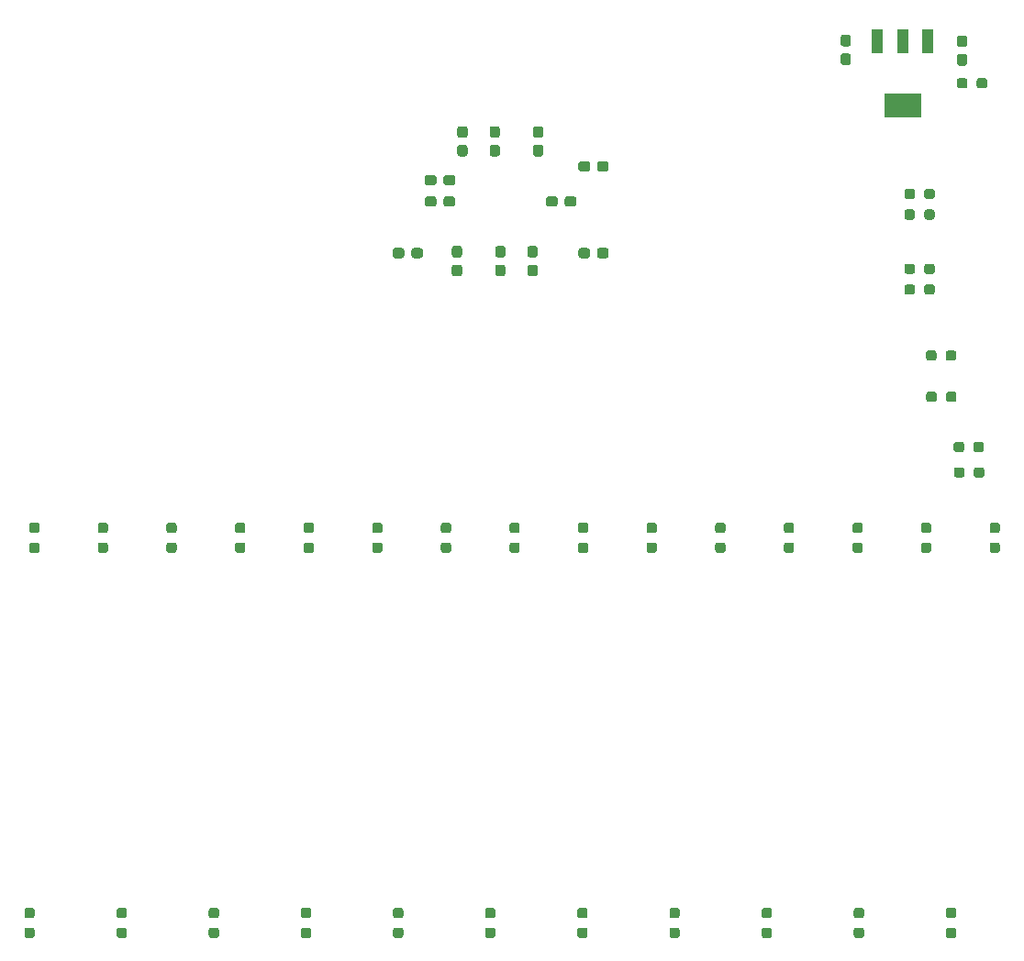
<source format=gbr>
%TF.GenerationSoftware,KiCad,Pcbnew,5.1.10*%
%TF.CreationDate,2021-08-09T15:51:23+08:00*%
%TF.ProjectId,ymmepm,796d6d65-706d-42e6-9b69-6361645f7063,rev?*%
%TF.SameCoordinates,Original*%
%TF.FileFunction,Paste,Bot*%
%TF.FilePolarity,Positive*%
%FSLAX46Y46*%
G04 Gerber Fmt 4.6, Leading zero omitted, Abs format (unit mm)*
G04 Created by KiCad (PCBNEW 5.1.10) date 2021-08-09 15:51:23*
%MOMM*%
%LPD*%
G01*
G04 APERTURE LIST*
%ADD10R,1.000000X2.200000*%
%ADD11R,3.500000X2.200000*%
G04 APERTURE END LIST*
%TO.C,R36*%
G36*
G01*
X168676500Y-72564000D02*
X168676500Y-72089000D01*
G75*
G02*
X168914000Y-71851500I237500J0D01*
G01*
X169414000Y-71851500D01*
G75*
G02*
X169651500Y-72089000I0J-237500D01*
G01*
X169651500Y-72564000D01*
G75*
G02*
X169414000Y-72801500I-237500J0D01*
G01*
X168914000Y-72801500D01*
G75*
G02*
X168676500Y-72564000I0J237500D01*
G01*
G37*
G36*
G01*
X166851500Y-72564000D02*
X166851500Y-72089000D01*
G75*
G02*
X167089000Y-71851500I237500J0D01*
G01*
X167589000Y-71851500D01*
G75*
G02*
X167826500Y-72089000I0J-237500D01*
G01*
X167826500Y-72564000D01*
G75*
G02*
X167589000Y-72801500I-237500J0D01*
G01*
X167089000Y-72801500D01*
G75*
G02*
X166851500Y-72564000I0J237500D01*
G01*
G37*
%TD*%
%TO.C,R35*%
G36*
G01*
X167556000Y-108030000D02*
X167556000Y-108505000D01*
G75*
G02*
X167318500Y-108742500I-237500J0D01*
G01*
X166818500Y-108742500D01*
G75*
G02*
X166581000Y-108505000I0J237500D01*
G01*
X166581000Y-108030000D01*
G75*
G02*
X166818500Y-107792500I237500J0D01*
G01*
X167318500Y-107792500D01*
G75*
G02*
X167556000Y-108030000I0J-237500D01*
G01*
G37*
G36*
G01*
X169381000Y-108030000D02*
X169381000Y-108505000D01*
G75*
G02*
X169143500Y-108742500I-237500J0D01*
G01*
X168643500Y-108742500D01*
G75*
G02*
X168406000Y-108505000I0J237500D01*
G01*
X168406000Y-108030000D01*
G75*
G02*
X168643500Y-107792500I237500J0D01*
G01*
X169143500Y-107792500D01*
G75*
G02*
X169381000Y-108030000I0J-237500D01*
G01*
G37*
%TD*%
%TO.C,R34*%
G36*
G01*
X167532500Y-105680500D02*
X167532500Y-106155500D01*
G75*
G02*
X167295000Y-106393000I-237500J0D01*
G01*
X166795000Y-106393000D01*
G75*
G02*
X166557500Y-106155500I0J237500D01*
G01*
X166557500Y-105680500D01*
G75*
G02*
X166795000Y-105443000I237500J0D01*
G01*
X167295000Y-105443000D01*
G75*
G02*
X167532500Y-105680500I0J-237500D01*
G01*
G37*
G36*
G01*
X169357500Y-105680500D02*
X169357500Y-106155500D01*
G75*
G02*
X169120000Y-106393000I-237500J0D01*
G01*
X168620000Y-106393000D01*
G75*
G02*
X168382500Y-106155500I0J237500D01*
G01*
X168382500Y-105680500D01*
G75*
G02*
X168620000Y-105443000I237500J0D01*
G01*
X169120000Y-105443000D01*
G75*
G02*
X169357500Y-105680500I0J-237500D01*
G01*
G37*
%TD*%
%TO.C,R33*%
G36*
G01*
X164992500Y-101045000D02*
X164992500Y-101520000D01*
G75*
G02*
X164755000Y-101757500I-237500J0D01*
G01*
X164255000Y-101757500D01*
G75*
G02*
X164017500Y-101520000I0J237500D01*
G01*
X164017500Y-101045000D01*
G75*
G02*
X164255000Y-100807500I237500J0D01*
G01*
X164755000Y-100807500D01*
G75*
G02*
X164992500Y-101045000I0J-237500D01*
G01*
G37*
G36*
G01*
X166817500Y-101045000D02*
X166817500Y-101520000D01*
G75*
G02*
X166580000Y-101757500I-237500J0D01*
G01*
X166080000Y-101757500D01*
G75*
G02*
X165842500Y-101520000I0J237500D01*
G01*
X165842500Y-101045000D01*
G75*
G02*
X166080000Y-100807500I237500J0D01*
G01*
X166580000Y-100807500D01*
G75*
G02*
X166817500Y-101045000I0J-237500D01*
G01*
G37*
%TD*%
%TO.C,R32*%
G36*
G01*
X164969000Y-97235000D02*
X164969000Y-97710000D01*
G75*
G02*
X164731500Y-97947500I-237500J0D01*
G01*
X164231500Y-97947500D01*
G75*
G02*
X163994000Y-97710000I0J237500D01*
G01*
X163994000Y-97235000D01*
G75*
G02*
X164231500Y-96997500I237500J0D01*
G01*
X164731500Y-96997500D01*
G75*
G02*
X164969000Y-97235000I0J-237500D01*
G01*
G37*
G36*
G01*
X166794000Y-97235000D02*
X166794000Y-97710000D01*
G75*
G02*
X166556500Y-97947500I-237500J0D01*
G01*
X166056500Y-97947500D01*
G75*
G02*
X165819000Y-97710000I0J237500D01*
G01*
X165819000Y-97235000D01*
G75*
G02*
X166056500Y-96997500I237500J0D01*
G01*
X166556500Y-96997500D01*
G75*
G02*
X166794000Y-97235000I0J-237500D01*
G01*
G37*
%TD*%
%TO.C,R31*%
G36*
G01*
X132058400Y-150285000D02*
X132533400Y-150285000D01*
G75*
G02*
X132770900Y-150522500I0J-237500D01*
G01*
X132770900Y-151022500D01*
G75*
G02*
X132533400Y-151260000I-237500J0D01*
G01*
X132058400Y-151260000D01*
G75*
G02*
X131820900Y-151022500I0J237500D01*
G01*
X131820900Y-150522500D01*
G75*
G02*
X132058400Y-150285000I237500J0D01*
G01*
G37*
G36*
G01*
X132058400Y-148460000D02*
X132533400Y-148460000D01*
G75*
G02*
X132770900Y-148697500I0J-237500D01*
G01*
X132770900Y-149197500D01*
G75*
G02*
X132533400Y-149435000I-237500J0D01*
G01*
X132058400Y-149435000D01*
G75*
G02*
X131820900Y-149197500I0J237500D01*
G01*
X131820900Y-148697500D01*
G75*
G02*
X132058400Y-148460000I237500J0D01*
G01*
G37*
%TD*%
%TO.C,R30*%
G36*
G01*
X170107600Y-114725000D02*
X170582600Y-114725000D01*
G75*
G02*
X170820100Y-114962500I0J-237500D01*
G01*
X170820100Y-115462500D01*
G75*
G02*
X170582600Y-115700000I-237500J0D01*
G01*
X170107600Y-115700000D01*
G75*
G02*
X169870100Y-115462500I0J237500D01*
G01*
X169870100Y-114962500D01*
G75*
G02*
X170107600Y-114725000I237500J0D01*
G01*
G37*
G36*
G01*
X170107600Y-112900000D02*
X170582600Y-112900000D01*
G75*
G02*
X170820100Y-113137500I0J-237500D01*
G01*
X170820100Y-113637500D01*
G75*
G02*
X170582600Y-113875000I-237500J0D01*
G01*
X170107600Y-113875000D01*
G75*
G02*
X169870100Y-113637500I0J237500D01*
G01*
X169870100Y-113137500D01*
G75*
G02*
X170107600Y-112900000I237500J0D01*
G01*
G37*
%TD*%
%TO.C,R29*%
G36*
G01*
X123555750Y-150285000D02*
X124030750Y-150285000D01*
G75*
G02*
X124268250Y-150522500I0J-237500D01*
G01*
X124268250Y-151022500D01*
G75*
G02*
X124030750Y-151260000I-237500J0D01*
G01*
X123555750Y-151260000D01*
G75*
G02*
X123318250Y-151022500I0J237500D01*
G01*
X123318250Y-150522500D01*
G75*
G02*
X123555750Y-150285000I237500J0D01*
G01*
G37*
G36*
G01*
X123555750Y-148460000D02*
X124030750Y-148460000D01*
G75*
G02*
X124268250Y-148697500I0J-237500D01*
G01*
X124268250Y-149197500D01*
G75*
G02*
X124030750Y-149435000I-237500J0D01*
G01*
X123555750Y-149435000D01*
G75*
G02*
X123318250Y-149197500I0J237500D01*
G01*
X123318250Y-148697500D01*
G75*
G02*
X123555750Y-148460000I237500J0D01*
G01*
G37*
%TD*%
%TO.C,R28*%
G36*
G01*
X163777546Y-114725000D02*
X164252546Y-114725000D01*
G75*
G02*
X164490046Y-114962500I0J-237500D01*
G01*
X164490046Y-115462500D01*
G75*
G02*
X164252546Y-115700000I-237500J0D01*
G01*
X163777546Y-115700000D01*
G75*
G02*
X163540046Y-115462500I0J237500D01*
G01*
X163540046Y-114962500D01*
G75*
G02*
X163777546Y-114725000I237500J0D01*
G01*
G37*
G36*
G01*
X163777546Y-112900000D02*
X164252546Y-112900000D01*
G75*
G02*
X164490046Y-113137500I0J-237500D01*
G01*
X164490046Y-113637500D01*
G75*
G02*
X164252546Y-113875000I-237500J0D01*
G01*
X163777546Y-113875000D01*
G75*
G02*
X163540046Y-113637500I0J237500D01*
G01*
X163540046Y-113137500D01*
G75*
G02*
X163777546Y-112900000I237500J0D01*
G01*
G37*
%TD*%
%TO.C,R27*%
G36*
G01*
X166069000Y-150285000D02*
X166544000Y-150285000D01*
G75*
G02*
X166781500Y-150522500I0J-237500D01*
G01*
X166781500Y-151022500D01*
G75*
G02*
X166544000Y-151260000I-237500J0D01*
G01*
X166069000Y-151260000D01*
G75*
G02*
X165831500Y-151022500I0J237500D01*
G01*
X165831500Y-150522500D01*
G75*
G02*
X166069000Y-150285000I237500J0D01*
G01*
G37*
G36*
G01*
X166069000Y-148460000D02*
X166544000Y-148460000D01*
G75*
G02*
X166781500Y-148697500I0J-237500D01*
G01*
X166781500Y-149197500D01*
G75*
G02*
X166544000Y-149435000I-237500J0D01*
G01*
X166069000Y-149435000D01*
G75*
G02*
X165831500Y-149197500I0J237500D01*
G01*
X165831500Y-148697500D01*
G75*
G02*
X166069000Y-148460000I237500J0D01*
G01*
G37*
%TD*%
%TO.C,R26*%
G36*
G01*
X157447504Y-114725000D02*
X157922504Y-114725000D01*
G75*
G02*
X158160004Y-114962500I0J-237500D01*
G01*
X158160004Y-115462500D01*
G75*
G02*
X157922504Y-115700000I-237500J0D01*
G01*
X157447504Y-115700000D01*
G75*
G02*
X157210004Y-115462500I0J237500D01*
G01*
X157210004Y-114962500D01*
G75*
G02*
X157447504Y-114725000I237500J0D01*
G01*
G37*
G36*
G01*
X157447504Y-112900000D02*
X157922504Y-112900000D01*
G75*
G02*
X158160004Y-113137500I0J-237500D01*
G01*
X158160004Y-113637500D01*
G75*
G02*
X157922504Y-113875000I-237500J0D01*
G01*
X157447504Y-113875000D01*
G75*
G02*
X157210004Y-113637500I0J237500D01*
G01*
X157210004Y-113137500D01*
G75*
G02*
X157447504Y-112900000I237500J0D01*
G01*
G37*
%TD*%
%TO.C,R25*%
G36*
G01*
X157566350Y-150285000D02*
X158041350Y-150285000D01*
G75*
G02*
X158278850Y-150522500I0J-237500D01*
G01*
X158278850Y-151022500D01*
G75*
G02*
X158041350Y-151260000I-237500J0D01*
G01*
X157566350Y-151260000D01*
G75*
G02*
X157328850Y-151022500I0J237500D01*
G01*
X157328850Y-150522500D01*
G75*
G02*
X157566350Y-150285000I237500J0D01*
G01*
G37*
G36*
G01*
X157566350Y-148460000D02*
X158041350Y-148460000D01*
G75*
G02*
X158278850Y-148697500I0J-237500D01*
G01*
X158278850Y-149197500D01*
G75*
G02*
X158041350Y-149435000I-237500J0D01*
G01*
X157566350Y-149435000D01*
G75*
G02*
X157328850Y-149197500I0J237500D01*
G01*
X157328850Y-148697500D01*
G75*
G02*
X157566350Y-148460000I237500J0D01*
G01*
G37*
%TD*%
%TO.C,R24*%
G36*
G01*
X151117462Y-114725000D02*
X151592462Y-114725000D01*
G75*
G02*
X151829962Y-114962500I0J-237500D01*
G01*
X151829962Y-115462500D01*
G75*
G02*
X151592462Y-115700000I-237500J0D01*
G01*
X151117462Y-115700000D01*
G75*
G02*
X150879962Y-115462500I0J237500D01*
G01*
X150879962Y-114962500D01*
G75*
G02*
X151117462Y-114725000I237500J0D01*
G01*
G37*
G36*
G01*
X151117462Y-112900000D02*
X151592462Y-112900000D01*
G75*
G02*
X151829962Y-113137500I0J-237500D01*
G01*
X151829962Y-113637500D01*
G75*
G02*
X151592462Y-113875000I-237500J0D01*
G01*
X151117462Y-113875000D01*
G75*
G02*
X150879962Y-113637500I0J237500D01*
G01*
X150879962Y-113137500D01*
G75*
G02*
X151117462Y-112900000I237500J0D01*
G01*
G37*
%TD*%
%TO.C,R23*%
G36*
G01*
X149063700Y-150285000D02*
X149538700Y-150285000D01*
G75*
G02*
X149776200Y-150522500I0J-237500D01*
G01*
X149776200Y-151022500D01*
G75*
G02*
X149538700Y-151260000I-237500J0D01*
G01*
X149063700Y-151260000D01*
G75*
G02*
X148826200Y-151022500I0J237500D01*
G01*
X148826200Y-150522500D01*
G75*
G02*
X149063700Y-150285000I237500J0D01*
G01*
G37*
G36*
G01*
X149063700Y-148460000D02*
X149538700Y-148460000D01*
G75*
G02*
X149776200Y-148697500I0J-237500D01*
G01*
X149776200Y-149197500D01*
G75*
G02*
X149538700Y-149435000I-237500J0D01*
G01*
X149063700Y-149435000D01*
G75*
G02*
X148826200Y-149197500I0J237500D01*
G01*
X148826200Y-148697500D01*
G75*
G02*
X149063700Y-148460000I237500J0D01*
G01*
G37*
%TD*%
%TO.C,R22*%
G36*
G01*
X144787420Y-114725000D02*
X145262420Y-114725000D01*
G75*
G02*
X145499920Y-114962500I0J-237500D01*
G01*
X145499920Y-115462500D01*
G75*
G02*
X145262420Y-115700000I-237500J0D01*
G01*
X144787420Y-115700000D01*
G75*
G02*
X144549920Y-115462500I0J237500D01*
G01*
X144549920Y-114962500D01*
G75*
G02*
X144787420Y-114725000I237500J0D01*
G01*
G37*
G36*
G01*
X144787420Y-112900000D02*
X145262420Y-112900000D01*
G75*
G02*
X145499920Y-113137500I0J-237500D01*
G01*
X145499920Y-113637500D01*
G75*
G02*
X145262420Y-113875000I-237500J0D01*
G01*
X144787420Y-113875000D01*
G75*
G02*
X144549920Y-113637500I0J237500D01*
G01*
X144549920Y-113137500D01*
G75*
G02*
X144787420Y-112900000I237500J0D01*
G01*
G37*
%TD*%
%TO.C,R21*%
G36*
G01*
X140561050Y-150285000D02*
X141036050Y-150285000D01*
G75*
G02*
X141273550Y-150522500I0J-237500D01*
G01*
X141273550Y-151022500D01*
G75*
G02*
X141036050Y-151260000I-237500J0D01*
G01*
X140561050Y-151260000D01*
G75*
G02*
X140323550Y-151022500I0J237500D01*
G01*
X140323550Y-150522500D01*
G75*
G02*
X140561050Y-150285000I237500J0D01*
G01*
G37*
G36*
G01*
X140561050Y-148460000D02*
X141036050Y-148460000D01*
G75*
G02*
X141273550Y-148697500I0J-237500D01*
G01*
X141273550Y-149197500D01*
G75*
G02*
X141036050Y-149435000I-237500J0D01*
G01*
X140561050Y-149435000D01*
G75*
G02*
X140323550Y-149197500I0J237500D01*
G01*
X140323550Y-148697500D01*
G75*
G02*
X140561050Y-148460000I237500J0D01*
G01*
G37*
%TD*%
%TO.C,R20*%
G36*
G01*
X138457378Y-114725000D02*
X138932378Y-114725000D01*
G75*
G02*
X139169878Y-114962500I0J-237500D01*
G01*
X139169878Y-115462500D01*
G75*
G02*
X138932378Y-115700000I-237500J0D01*
G01*
X138457378Y-115700000D01*
G75*
G02*
X138219878Y-115462500I0J237500D01*
G01*
X138219878Y-114962500D01*
G75*
G02*
X138457378Y-114725000I237500J0D01*
G01*
G37*
G36*
G01*
X138457378Y-112900000D02*
X138932378Y-112900000D01*
G75*
G02*
X139169878Y-113137500I0J-237500D01*
G01*
X139169878Y-113637500D01*
G75*
G02*
X138932378Y-113875000I-237500J0D01*
G01*
X138457378Y-113875000D01*
G75*
G02*
X138219878Y-113637500I0J237500D01*
G01*
X138219878Y-113137500D01*
G75*
G02*
X138457378Y-112900000I237500J0D01*
G01*
G37*
%TD*%
%TO.C,R19*%
G36*
G01*
X115053100Y-150285000D02*
X115528100Y-150285000D01*
G75*
G02*
X115765600Y-150522500I0J-237500D01*
G01*
X115765600Y-151022500D01*
G75*
G02*
X115528100Y-151260000I-237500J0D01*
G01*
X115053100Y-151260000D01*
G75*
G02*
X114815600Y-151022500I0J237500D01*
G01*
X114815600Y-150522500D01*
G75*
G02*
X115053100Y-150285000I237500J0D01*
G01*
G37*
G36*
G01*
X115053100Y-148460000D02*
X115528100Y-148460000D01*
G75*
G02*
X115765600Y-148697500I0J-237500D01*
G01*
X115765600Y-149197500D01*
G75*
G02*
X115528100Y-149435000I-237500J0D01*
G01*
X115053100Y-149435000D01*
G75*
G02*
X114815600Y-149197500I0J237500D01*
G01*
X114815600Y-148697500D01*
G75*
G02*
X115053100Y-148460000I237500J0D01*
G01*
G37*
%TD*%
%TO.C,R18*%
G36*
G01*
X132127336Y-114725000D02*
X132602336Y-114725000D01*
G75*
G02*
X132839836Y-114962500I0J-237500D01*
G01*
X132839836Y-115462500D01*
G75*
G02*
X132602336Y-115700000I-237500J0D01*
G01*
X132127336Y-115700000D01*
G75*
G02*
X131889836Y-115462500I0J237500D01*
G01*
X131889836Y-114962500D01*
G75*
G02*
X132127336Y-114725000I237500J0D01*
G01*
G37*
G36*
G01*
X132127336Y-112900000D02*
X132602336Y-112900000D01*
G75*
G02*
X132839836Y-113137500I0J-237500D01*
G01*
X132839836Y-113637500D01*
G75*
G02*
X132602336Y-113875000I-237500J0D01*
G01*
X132127336Y-113875000D01*
G75*
G02*
X131889836Y-113637500I0J237500D01*
G01*
X131889836Y-113137500D01*
G75*
G02*
X132127336Y-112900000I237500J0D01*
G01*
G37*
%TD*%
%TO.C,R17*%
G36*
G01*
X106550450Y-150285000D02*
X107025450Y-150285000D01*
G75*
G02*
X107262950Y-150522500I0J-237500D01*
G01*
X107262950Y-151022500D01*
G75*
G02*
X107025450Y-151260000I-237500J0D01*
G01*
X106550450Y-151260000D01*
G75*
G02*
X106312950Y-151022500I0J237500D01*
G01*
X106312950Y-150522500D01*
G75*
G02*
X106550450Y-150285000I237500J0D01*
G01*
G37*
G36*
G01*
X106550450Y-148460000D02*
X107025450Y-148460000D01*
G75*
G02*
X107262950Y-148697500I0J-237500D01*
G01*
X107262950Y-149197500D01*
G75*
G02*
X107025450Y-149435000I-237500J0D01*
G01*
X106550450Y-149435000D01*
G75*
G02*
X106312950Y-149197500I0J237500D01*
G01*
X106312950Y-148697500D01*
G75*
G02*
X106550450Y-148460000I237500J0D01*
G01*
G37*
%TD*%
%TO.C,R16*%
G36*
G01*
X125797294Y-114725000D02*
X126272294Y-114725000D01*
G75*
G02*
X126509794Y-114962500I0J-237500D01*
G01*
X126509794Y-115462500D01*
G75*
G02*
X126272294Y-115700000I-237500J0D01*
G01*
X125797294Y-115700000D01*
G75*
G02*
X125559794Y-115462500I0J237500D01*
G01*
X125559794Y-114962500D01*
G75*
G02*
X125797294Y-114725000I237500J0D01*
G01*
G37*
G36*
G01*
X125797294Y-112900000D02*
X126272294Y-112900000D01*
G75*
G02*
X126509794Y-113137500I0J-237500D01*
G01*
X126509794Y-113637500D01*
G75*
G02*
X126272294Y-113875000I-237500J0D01*
G01*
X125797294Y-113875000D01*
G75*
G02*
X125559794Y-113637500I0J237500D01*
G01*
X125559794Y-113137500D01*
G75*
G02*
X125797294Y-112900000I237500J0D01*
G01*
G37*
%TD*%
%TO.C,R15*%
G36*
G01*
X98047800Y-150285000D02*
X98522800Y-150285000D01*
G75*
G02*
X98760300Y-150522500I0J-237500D01*
G01*
X98760300Y-151022500D01*
G75*
G02*
X98522800Y-151260000I-237500J0D01*
G01*
X98047800Y-151260000D01*
G75*
G02*
X97810300Y-151022500I0J237500D01*
G01*
X97810300Y-150522500D01*
G75*
G02*
X98047800Y-150285000I237500J0D01*
G01*
G37*
G36*
G01*
X98047800Y-148460000D02*
X98522800Y-148460000D01*
G75*
G02*
X98760300Y-148697500I0J-237500D01*
G01*
X98760300Y-149197500D01*
G75*
G02*
X98522800Y-149435000I-237500J0D01*
G01*
X98047800Y-149435000D01*
G75*
G02*
X97810300Y-149197500I0J237500D01*
G01*
X97810300Y-148697500D01*
G75*
G02*
X98047800Y-148460000I237500J0D01*
G01*
G37*
%TD*%
%TO.C,R14*%
G36*
G01*
X119467252Y-114725000D02*
X119942252Y-114725000D01*
G75*
G02*
X120179752Y-114962500I0J-237500D01*
G01*
X120179752Y-115462500D01*
G75*
G02*
X119942252Y-115700000I-237500J0D01*
G01*
X119467252Y-115700000D01*
G75*
G02*
X119229752Y-115462500I0J237500D01*
G01*
X119229752Y-114962500D01*
G75*
G02*
X119467252Y-114725000I237500J0D01*
G01*
G37*
G36*
G01*
X119467252Y-112900000D02*
X119942252Y-112900000D01*
G75*
G02*
X120179752Y-113137500I0J-237500D01*
G01*
X120179752Y-113637500D01*
G75*
G02*
X119942252Y-113875000I-237500J0D01*
G01*
X119467252Y-113875000D01*
G75*
G02*
X119229752Y-113637500I0J237500D01*
G01*
X119229752Y-113137500D01*
G75*
G02*
X119467252Y-112900000I237500J0D01*
G01*
G37*
%TD*%
%TO.C,R13*%
G36*
G01*
X89545150Y-150285000D02*
X90020150Y-150285000D01*
G75*
G02*
X90257650Y-150522500I0J-237500D01*
G01*
X90257650Y-151022500D01*
G75*
G02*
X90020150Y-151260000I-237500J0D01*
G01*
X89545150Y-151260000D01*
G75*
G02*
X89307650Y-151022500I0J237500D01*
G01*
X89307650Y-150522500D01*
G75*
G02*
X89545150Y-150285000I237500J0D01*
G01*
G37*
G36*
G01*
X89545150Y-148460000D02*
X90020150Y-148460000D01*
G75*
G02*
X90257650Y-148697500I0J-237500D01*
G01*
X90257650Y-149197500D01*
G75*
G02*
X90020150Y-149435000I-237500J0D01*
G01*
X89545150Y-149435000D01*
G75*
G02*
X89307650Y-149197500I0J237500D01*
G01*
X89307650Y-148697500D01*
G75*
G02*
X89545150Y-148460000I237500J0D01*
G01*
G37*
%TD*%
%TO.C,R12*%
G36*
G01*
X113137210Y-114725000D02*
X113612210Y-114725000D01*
G75*
G02*
X113849710Y-114962500I0J-237500D01*
G01*
X113849710Y-115462500D01*
G75*
G02*
X113612210Y-115700000I-237500J0D01*
G01*
X113137210Y-115700000D01*
G75*
G02*
X112899710Y-115462500I0J237500D01*
G01*
X112899710Y-114962500D01*
G75*
G02*
X113137210Y-114725000I237500J0D01*
G01*
G37*
G36*
G01*
X113137210Y-112900000D02*
X113612210Y-112900000D01*
G75*
G02*
X113849710Y-113137500I0J-237500D01*
G01*
X113849710Y-113637500D01*
G75*
G02*
X113612210Y-113875000I-237500J0D01*
G01*
X113137210Y-113875000D01*
G75*
G02*
X112899710Y-113637500I0J237500D01*
G01*
X112899710Y-113137500D01*
G75*
G02*
X113137210Y-112900000I237500J0D01*
G01*
G37*
%TD*%
%TO.C,R11*%
G36*
G01*
X81042500Y-150285000D02*
X81517500Y-150285000D01*
G75*
G02*
X81755000Y-150522500I0J-237500D01*
G01*
X81755000Y-151022500D01*
G75*
G02*
X81517500Y-151260000I-237500J0D01*
G01*
X81042500Y-151260000D01*
G75*
G02*
X80805000Y-151022500I0J237500D01*
G01*
X80805000Y-150522500D01*
G75*
G02*
X81042500Y-150285000I237500J0D01*
G01*
G37*
G36*
G01*
X81042500Y-148460000D02*
X81517500Y-148460000D01*
G75*
G02*
X81755000Y-148697500I0J-237500D01*
G01*
X81755000Y-149197500D01*
G75*
G02*
X81517500Y-149435000I-237500J0D01*
G01*
X81042500Y-149435000D01*
G75*
G02*
X80805000Y-149197500I0J237500D01*
G01*
X80805000Y-148697500D01*
G75*
G02*
X81042500Y-148460000I237500J0D01*
G01*
G37*
%TD*%
%TO.C,R10*%
G36*
G01*
X106807168Y-114725000D02*
X107282168Y-114725000D01*
G75*
G02*
X107519668Y-114962500I0J-237500D01*
G01*
X107519668Y-115462500D01*
G75*
G02*
X107282168Y-115700000I-237500J0D01*
G01*
X106807168Y-115700000D01*
G75*
G02*
X106569668Y-115462500I0J237500D01*
G01*
X106569668Y-114962500D01*
G75*
G02*
X106807168Y-114725000I237500J0D01*
G01*
G37*
G36*
G01*
X106807168Y-112900000D02*
X107282168Y-112900000D01*
G75*
G02*
X107519668Y-113137500I0J-237500D01*
G01*
X107519668Y-113637500D01*
G75*
G02*
X107282168Y-113875000I-237500J0D01*
G01*
X106807168Y-113875000D01*
G75*
G02*
X106569668Y-113637500I0J237500D01*
G01*
X106569668Y-113137500D01*
G75*
G02*
X106807168Y-112900000I237500J0D01*
G01*
G37*
%TD*%
%TO.C,R9*%
G36*
G01*
X100477126Y-114725000D02*
X100952126Y-114725000D01*
G75*
G02*
X101189626Y-114962500I0J-237500D01*
G01*
X101189626Y-115462500D01*
G75*
G02*
X100952126Y-115700000I-237500J0D01*
G01*
X100477126Y-115700000D01*
G75*
G02*
X100239626Y-115462500I0J237500D01*
G01*
X100239626Y-114962500D01*
G75*
G02*
X100477126Y-114725000I237500J0D01*
G01*
G37*
G36*
G01*
X100477126Y-112900000D02*
X100952126Y-112900000D01*
G75*
G02*
X101189626Y-113137500I0J-237500D01*
G01*
X101189626Y-113637500D01*
G75*
G02*
X100952126Y-113875000I-237500J0D01*
G01*
X100477126Y-113875000D01*
G75*
G02*
X100239626Y-113637500I0J237500D01*
G01*
X100239626Y-113137500D01*
G75*
G02*
X100477126Y-112900000I237500J0D01*
G01*
G37*
%TD*%
%TO.C,R8*%
G36*
G01*
X94147084Y-114725000D02*
X94622084Y-114725000D01*
G75*
G02*
X94859584Y-114962500I0J-237500D01*
G01*
X94859584Y-115462500D01*
G75*
G02*
X94622084Y-115700000I-237500J0D01*
G01*
X94147084Y-115700000D01*
G75*
G02*
X93909584Y-115462500I0J237500D01*
G01*
X93909584Y-114962500D01*
G75*
G02*
X94147084Y-114725000I237500J0D01*
G01*
G37*
G36*
G01*
X94147084Y-112900000D02*
X94622084Y-112900000D01*
G75*
G02*
X94859584Y-113137500I0J-237500D01*
G01*
X94859584Y-113637500D01*
G75*
G02*
X94622084Y-113875000I-237500J0D01*
G01*
X94147084Y-113875000D01*
G75*
G02*
X93909584Y-113637500I0J237500D01*
G01*
X93909584Y-113137500D01*
G75*
G02*
X94147084Y-112900000I237500J0D01*
G01*
G37*
%TD*%
%TO.C,R7*%
G36*
G01*
X87817042Y-114725000D02*
X88292042Y-114725000D01*
G75*
G02*
X88529542Y-114962500I0J-237500D01*
G01*
X88529542Y-115462500D01*
G75*
G02*
X88292042Y-115700000I-237500J0D01*
G01*
X87817042Y-115700000D01*
G75*
G02*
X87579542Y-115462500I0J237500D01*
G01*
X87579542Y-114962500D01*
G75*
G02*
X87817042Y-114725000I237500J0D01*
G01*
G37*
G36*
G01*
X87817042Y-112900000D02*
X88292042Y-112900000D01*
G75*
G02*
X88529542Y-113137500I0J-237500D01*
G01*
X88529542Y-113637500D01*
G75*
G02*
X88292042Y-113875000I-237500J0D01*
G01*
X87817042Y-113875000D01*
G75*
G02*
X87579542Y-113637500I0J237500D01*
G01*
X87579542Y-113137500D01*
G75*
G02*
X87817042Y-112900000I237500J0D01*
G01*
G37*
%TD*%
%TO.C,R6*%
G36*
G01*
X81487000Y-114725000D02*
X81962000Y-114725000D01*
G75*
G02*
X82199500Y-114962500I0J-237500D01*
G01*
X82199500Y-115462500D01*
G75*
G02*
X81962000Y-115700000I-237500J0D01*
G01*
X81487000Y-115700000D01*
G75*
G02*
X81249500Y-115462500I0J237500D01*
G01*
X81249500Y-114962500D01*
G75*
G02*
X81487000Y-114725000I237500J0D01*
G01*
G37*
G36*
G01*
X81487000Y-112900000D02*
X81962000Y-112900000D01*
G75*
G02*
X82199500Y-113137500I0J-237500D01*
G01*
X82199500Y-113637500D01*
G75*
G02*
X81962000Y-113875000I-237500J0D01*
G01*
X81487000Y-113875000D01*
G75*
G02*
X81249500Y-113637500I0J237500D01*
G01*
X81249500Y-113137500D01*
G75*
G02*
X81487000Y-112900000I237500J0D01*
G01*
G37*
%TD*%
%TO.C,R4*%
G36*
G01*
X162984000Y-82312500D02*
X162984000Y-82787500D01*
G75*
G02*
X162746500Y-83025000I-237500J0D01*
G01*
X162246500Y-83025000D01*
G75*
G02*
X162009000Y-82787500I0J237500D01*
G01*
X162009000Y-82312500D01*
G75*
G02*
X162246500Y-82075000I237500J0D01*
G01*
X162746500Y-82075000D01*
G75*
G02*
X162984000Y-82312500I0J-237500D01*
G01*
G37*
G36*
G01*
X164809000Y-82312500D02*
X164809000Y-82787500D01*
G75*
G02*
X164571500Y-83025000I-237500J0D01*
G01*
X164071500Y-83025000D01*
G75*
G02*
X163834000Y-82787500I0J237500D01*
G01*
X163834000Y-82312500D01*
G75*
G02*
X164071500Y-82075000I237500J0D01*
G01*
X164571500Y-82075000D01*
G75*
G02*
X164809000Y-82312500I0J-237500D01*
G01*
G37*
%TD*%
%TO.C,R3*%
G36*
G01*
X162984000Y-84217500D02*
X162984000Y-84692500D01*
G75*
G02*
X162746500Y-84930000I-237500J0D01*
G01*
X162246500Y-84930000D01*
G75*
G02*
X162009000Y-84692500I0J237500D01*
G01*
X162009000Y-84217500D01*
G75*
G02*
X162246500Y-83980000I237500J0D01*
G01*
X162746500Y-83980000D01*
G75*
G02*
X162984000Y-84217500I0J-237500D01*
G01*
G37*
G36*
G01*
X164809000Y-84217500D02*
X164809000Y-84692500D01*
G75*
G02*
X164571500Y-84930000I-237500J0D01*
G01*
X164071500Y-84930000D01*
G75*
G02*
X163834000Y-84692500I0J237500D01*
G01*
X163834000Y-84217500D01*
G75*
G02*
X164071500Y-83980000I237500J0D01*
G01*
X164571500Y-83980000D01*
G75*
G02*
X164809000Y-84217500I0J-237500D01*
G01*
G37*
%TD*%
%TO.C,R2*%
G36*
G01*
X162984000Y-89234000D02*
X162984000Y-89709000D01*
G75*
G02*
X162746500Y-89946500I-237500J0D01*
G01*
X162246500Y-89946500D01*
G75*
G02*
X162009000Y-89709000I0J237500D01*
G01*
X162009000Y-89234000D01*
G75*
G02*
X162246500Y-88996500I237500J0D01*
G01*
X162746500Y-88996500D01*
G75*
G02*
X162984000Y-89234000I0J-237500D01*
G01*
G37*
G36*
G01*
X164809000Y-89234000D02*
X164809000Y-89709000D01*
G75*
G02*
X164571500Y-89946500I-237500J0D01*
G01*
X164071500Y-89946500D01*
G75*
G02*
X163834000Y-89709000I0J237500D01*
G01*
X163834000Y-89234000D01*
G75*
G02*
X164071500Y-88996500I237500J0D01*
G01*
X164571500Y-88996500D01*
G75*
G02*
X164809000Y-89234000I0J-237500D01*
G01*
G37*
%TD*%
%TO.C,R1*%
G36*
G01*
X164809000Y-91139000D02*
X164809000Y-91614000D01*
G75*
G02*
X164571500Y-91851500I-237500J0D01*
G01*
X164071500Y-91851500D01*
G75*
G02*
X163834000Y-91614000I0J237500D01*
G01*
X163834000Y-91139000D01*
G75*
G02*
X164071500Y-90901500I237500J0D01*
G01*
X164571500Y-90901500D01*
G75*
G02*
X164809000Y-91139000I0J-237500D01*
G01*
G37*
G36*
G01*
X162984000Y-91139000D02*
X162984000Y-91614000D01*
G75*
G02*
X162746500Y-91851500I-237500J0D01*
G01*
X162246500Y-91851500D01*
G75*
G02*
X162009000Y-91614000I0J237500D01*
G01*
X162009000Y-91139000D01*
G75*
G02*
X162246500Y-90901500I237500J0D01*
G01*
X162746500Y-90901500D01*
G75*
G02*
X162984000Y-91139000I0J-237500D01*
G01*
G37*
%TD*%
D10*
%TO.C,VR1*%
X164134500Y-68414000D03*
D11*
X161834500Y-74414000D03*
D10*
X161834500Y-68414000D03*
X159534500Y-68414000D03*
%TD*%
%TO.C,C14*%
G36*
G01*
X156828500Y-68927000D02*
X156353500Y-68927000D01*
G75*
G02*
X156116000Y-68689500I0J237500D01*
G01*
X156116000Y-68089500D01*
G75*
G02*
X156353500Y-67852000I237500J0D01*
G01*
X156828500Y-67852000D01*
G75*
G02*
X157066000Y-68089500I0J-237500D01*
G01*
X157066000Y-68689500D01*
G75*
G02*
X156828500Y-68927000I-237500J0D01*
G01*
G37*
G36*
G01*
X156828500Y-70652000D02*
X156353500Y-70652000D01*
G75*
G02*
X156116000Y-70414500I0J237500D01*
G01*
X156116000Y-69814500D01*
G75*
G02*
X156353500Y-69577000I237500J0D01*
G01*
X156828500Y-69577000D01*
G75*
G02*
X157066000Y-69814500I0J-237500D01*
G01*
X157066000Y-70414500D01*
G75*
G02*
X156828500Y-70652000I-237500J0D01*
G01*
G37*
%TD*%
%TO.C,C13*%
G36*
G01*
X167085000Y-69630000D02*
X167560000Y-69630000D01*
G75*
G02*
X167797500Y-69867500I0J-237500D01*
G01*
X167797500Y-70467500D01*
G75*
G02*
X167560000Y-70705000I-237500J0D01*
G01*
X167085000Y-70705000D01*
G75*
G02*
X166847500Y-70467500I0J237500D01*
G01*
X166847500Y-69867500D01*
G75*
G02*
X167085000Y-69630000I237500J0D01*
G01*
G37*
G36*
G01*
X167085000Y-67905000D02*
X167560000Y-67905000D01*
G75*
G02*
X167797500Y-68142500I0J-237500D01*
G01*
X167797500Y-68742500D01*
G75*
G02*
X167560000Y-68980000I-237500J0D01*
G01*
X167085000Y-68980000D01*
G75*
G02*
X166847500Y-68742500I0J237500D01*
G01*
X166847500Y-68142500D01*
G75*
G02*
X167085000Y-67905000I237500J0D01*
G01*
G37*
%TD*%
%TO.C,C12*%
G36*
G01*
X124951500Y-90146500D02*
X124476500Y-90146500D01*
G75*
G02*
X124239000Y-89909000I0J237500D01*
G01*
X124239000Y-89309000D01*
G75*
G02*
X124476500Y-89071500I237500J0D01*
G01*
X124951500Y-89071500D01*
G75*
G02*
X125189000Y-89309000I0J-237500D01*
G01*
X125189000Y-89909000D01*
G75*
G02*
X124951500Y-90146500I-237500J0D01*
G01*
G37*
G36*
G01*
X124951500Y-88421500D02*
X124476500Y-88421500D01*
G75*
G02*
X124239000Y-88184000I0J237500D01*
G01*
X124239000Y-87584000D01*
G75*
G02*
X124476500Y-87346500I237500J0D01*
G01*
X124951500Y-87346500D01*
G75*
G02*
X125189000Y-87584000I0J-237500D01*
G01*
X125189000Y-88184000D01*
G75*
G02*
X124951500Y-88421500I-237500J0D01*
G01*
G37*
%TD*%
%TO.C,C11*%
G36*
G01*
X134723500Y-79772500D02*
X134723500Y-80247500D01*
G75*
G02*
X134486000Y-80485000I-237500J0D01*
G01*
X133886000Y-80485000D01*
G75*
G02*
X133648500Y-80247500I0J237500D01*
G01*
X133648500Y-79772500D01*
G75*
G02*
X133886000Y-79535000I237500J0D01*
G01*
X134486000Y-79535000D01*
G75*
G02*
X134723500Y-79772500I0J-237500D01*
G01*
G37*
G36*
G01*
X132998500Y-79772500D02*
X132998500Y-80247500D01*
G75*
G02*
X132761000Y-80485000I-237500J0D01*
G01*
X132161000Y-80485000D01*
G75*
G02*
X131923500Y-80247500I0J237500D01*
G01*
X131923500Y-79772500D01*
G75*
G02*
X132161000Y-79535000I237500J0D01*
G01*
X132761000Y-79535000D01*
G75*
G02*
X132998500Y-79772500I0J-237500D01*
G01*
G37*
%TD*%
%TO.C,C10*%
G36*
G01*
X134723500Y-87773500D02*
X134723500Y-88248500D01*
G75*
G02*
X134486000Y-88486000I-237500J0D01*
G01*
X133886000Y-88486000D01*
G75*
G02*
X133648500Y-88248500I0J237500D01*
G01*
X133648500Y-87773500D01*
G75*
G02*
X133886000Y-87536000I237500J0D01*
G01*
X134486000Y-87536000D01*
G75*
G02*
X134723500Y-87773500I0J-237500D01*
G01*
G37*
G36*
G01*
X132998500Y-87773500D02*
X132998500Y-88248500D01*
G75*
G02*
X132761000Y-88486000I-237500J0D01*
G01*
X132161000Y-88486000D01*
G75*
G02*
X131923500Y-88248500I0J237500D01*
G01*
X131923500Y-87773500D01*
G75*
G02*
X132161000Y-87536000I237500J0D01*
G01*
X132761000Y-87536000D01*
G75*
G02*
X132998500Y-87773500I0J-237500D01*
G01*
G37*
%TD*%
%TO.C,C9*%
G36*
G01*
X119477500Y-83486000D02*
X119477500Y-83011000D01*
G75*
G02*
X119715000Y-82773500I237500J0D01*
G01*
X120315000Y-82773500D01*
G75*
G02*
X120552500Y-83011000I0J-237500D01*
G01*
X120552500Y-83486000D01*
G75*
G02*
X120315000Y-83723500I-237500J0D01*
G01*
X119715000Y-83723500D01*
G75*
G02*
X119477500Y-83486000I0J237500D01*
G01*
G37*
G36*
G01*
X117752500Y-83486000D02*
X117752500Y-83011000D01*
G75*
G02*
X117990000Y-82773500I237500J0D01*
G01*
X118590000Y-82773500D01*
G75*
G02*
X118827500Y-83011000I0J-237500D01*
G01*
X118827500Y-83486000D01*
G75*
G02*
X118590000Y-83723500I-237500J0D01*
G01*
X117990000Y-83723500D01*
G75*
G02*
X117752500Y-83486000I0J237500D01*
G01*
G37*
%TD*%
%TO.C,C8*%
G36*
G01*
X117752500Y-81517500D02*
X117752500Y-81042500D01*
G75*
G02*
X117990000Y-80805000I237500J0D01*
G01*
X118590000Y-80805000D01*
G75*
G02*
X118827500Y-81042500I0J-237500D01*
G01*
X118827500Y-81517500D01*
G75*
G02*
X118590000Y-81755000I-237500J0D01*
G01*
X117990000Y-81755000D01*
G75*
G02*
X117752500Y-81517500I0J237500D01*
G01*
G37*
G36*
G01*
X119477500Y-81517500D02*
X119477500Y-81042500D01*
G75*
G02*
X119715000Y-80805000I237500J0D01*
G01*
X120315000Y-80805000D01*
G75*
G02*
X120552500Y-81042500I0J-237500D01*
G01*
X120552500Y-81517500D01*
G75*
G02*
X120315000Y-81755000I-237500J0D01*
G01*
X119715000Y-81755000D01*
G75*
G02*
X119477500Y-81517500I0J237500D01*
G01*
G37*
%TD*%
%TO.C,C7*%
G36*
G01*
X120951000Y-90146500D02*
X120476000Y-90146500D01*
G75*
G02*
X120238500Y-89909000I0J237500D01*
G01*
X120238500Y-89309000D01*
G75*
G02*
X120476000Y-89071500I237500J0D01*
G01*
X120951000Y-89071500D01*
G75*
G02*
X121188500Y-89309000I0J-237500D01*
G01*
X121188500Y-89909000D01*
G75*
G02*
X120951000Y-90146500I-237500J0D01*
G01*
G37*
G36*
G01*
X120951000Y-88421500D02*
X120476000Y-88421500D01*
G75*
G02*
X120238500Y-88184000I0J237500D01*
G01*
X120238500Y-87584000D01*
G75*
G02*
X120476000Y-87346500I237500J0D01*
G01*
X120951000Y-87346500D01*
G75*
G02*
X121188500Y-87584000I0J-237500D01*
G01*
X121188500Y-88184000D01*
G75*
G02*
X120951000Y-88421500I-237500J0D01*
G01*
G37*
%TD*%
%TO.C,C6*%
G36*
G01*
X114778500Y-88248500D02*
X114778500Y-87773500D01*
G75*
G02*
X115016000Y-87536000I237500J0D01*
G01*
X115616000Y-87536000D01*
G75*
G02*
X115853500Y-87773500I0J-237500D01*
G01*
X115853500Y-88248500D01*
G75*
G02*
X115616000Y-88486000I-237500J0D01*
G01*
X115016000Y-88486000D01*
G75*
G02*
X114778500Y-88248500I0J237500D01*
G01*
G37*
G36*
G01*
X116503500Y-88248500D02*
X116503500Y-87773500D01*
G75*
G02*
X116741000Y-87536000I237500J0D01*
G01*
X117341000Y-87536000D01*
G75*
G02*
X117578500Y-87773500I0J-237500D01*
G01*
X117578500Y-88248500D01*
G75*
G02*
X117341000Y-88486000I-237500J0D01*
G01*
X116741000Y-88486000D01*
G75*
G02*
X116503500Y-88248500I0J237500D01*
G01*
G37*
%TD*%
%TO.C,C5*%
G36*
G01*
X120984000Y-76287000D02*
X121459000Y-76287000D01*
G75*
G02*
X121696500Y-76524500I0J-237500D01*
G01*
X121696500Y-77124500D01*
G75*
G02*
X121459000Y-77362000I-237500J0D01*
G01*
X120984000Y-77362000D01*
G75*
G02*
X120746500Y-77124500I0J237500D01*
G01*
X120746500Y-76524500D01*
G75*
G02*
X120984000Y-76287000I237500J0D01*
G01*
G37*
G36*
G01*
X120984000Y-78012000D02*
X121459000Y-78012000D01*
G75*
G02*
X121696500Y-78249500I0J-237500D01*
G01*
X121696500Y-78849500D01*
G75*
G02*
X121459000Y-79087000I-237500J0D01*
G01*
X120984000Y-79087000D01*
G75*
G02*
X120746500Y-78849500I0J237500D01*
G01*
X120746500Y-78249500D01*
G75*
G02*
X120984000Y-78012000I237500J0D01*
G01*
G37*
%TD*%
%TO.C,C4*%
G36*
G01*
X127936000Y-90146500D02*
X127461000Y-90146500D01*
G75*
G02*
X127223500Y-89909000I0J237500D01*
G01*
X127223500Y-89309000D01*
G75*
G02*
X127461000Y-89071500I237500J0D01*
G01*
X127936000Y-89071500D01*
G75*
G02*
X128173500Y-89309000I0J-237500D01*
G01*
X128173500Y-89909000D01*
G75*
G02*
X127936000Y-90146500I-237500J0D01*
G01*
G37*
G36*
G01*
X127936000Y-88421500D02*
X127461000Y-88421500D01*
G75*
G02*
X127223500Y-88184000I0J237500D01*
G01*
X127223500Y-87584000D01*
G75*
G02*
X127461000Y-87346500I237500J0D01*
G01*
X127936000Y-87346500D01*
G75*
G02*
X128173500Y-87584000I0J-237500D01*
G01*
X128173500Y-88184000D01*
G75*
G02*
X127936000Y-88421500I-237500J0D01*
G01*
G37*
%TD*%
%TO.C,C3*%
G36*
G01*
X131739000Y-83011000D02*
X131739000Y-83486000D01*
G75*
G02*
X131501500Y-83723500I-237500J0D01*
G01*
X130901500Y-83723500D01*
G75*
G02*
X130664000Y-83486000I0J237500D01*
G01*
X130664000Y-83011000D01*
G75*
G02*
X130901500Y-82773500I237500J0D01*
G01*
X131501500Y-82773500D01*
G75*
G02*
X131739000Y-83011000I0J-237500D01*
G01*
G37*
G36*
G01*
X130014000Y-83011000D02*
X130014000Y-83486000D01*
G75*
G02*
X129776500Y-83723500I-237500J0D01*
G01*
X129176500Y-83723500D01*
G75*
G02*
X128939000Y-83486000I0J237500D01*
G01*
X128939000Y-83011000D01*
G75*
G02*
X129176500Y-82773500I237500J0D01*
G01*
X129776500Y-82773500D01*
G75*
G02*
X130014000Y-83011000I0J-237500D01*
G01*
G37*
%TD*%
%TO.C,C2*%
G36*
G01*
X127969000Y-76287000D02*
X128444000Y-76287000D01*
G75*
G02*
X128681500Y-76524500I0J-237500D01*
G01*
X128681500Y-77124500D01*
G75*
G02*
X128444000Y-77362000I-237500J0D01*
G01*
X127969000Y-77362000D01*
G75*
G02*
X127731500Y-77124500I0J237500D01*
G01*
X127731500Y-76524500D01*
G75*
G02*
X127969000Y-76287000I237500J0D01*
G01*
G37*
G36*
G01*
X127969000Y-78012000D02*
X128444000Y-78012000D01*
G75*
G02*
X128681500Y-78249500I0J-237500D01*
G01*
X128681500Y-78849500D01*
G75*
G02*
X128444000Y-79087000I-237500J0D01*
G01*
X127969000Y-79087000D01*
G75*
G02*
X127731500Y-78849500I0J237500D01*
G01*
X127731500Y-78249500D01*
G75*
G02*
X127969000Y-78012000I237500J0D01*
G01*
G37*
%TD*%
%TO.C,C1*%
G36*
G01*
X123968500Y-76287000D02*
X124443500Y-76287000D01*
G75*
G02*
X124681000Y-76524500I0J-237500D01*
G01*
X124681000Y-77124500D01*
G75*
G02*
X124443500Y-77362000I-237500J0D01*
G01*
X123968500Y-77362000D01*
G75*
G02*
X123731000Y-77124500I0J237500D01*
G01*
X123731000Y-76524500D01*
G75*
G02*
X123968500Y-76287000I237500J0D01*
G01*
G37*
G36*
G01*
X123968500Y-78012000D02*
X124443500Y-78012000D01*
G75*
G02*
X124681000Y-78249500I0J-237500D01*
G01*
X124681000Y-78849500D01*
G75*
G02*
X124443500Y-79087000I-237500J0D01*
G01*
X123968500Y-79087000D01*
G75*
G02*
X123731000Y-78849500I0J237500D01*
G01*
X123731000Y-78249500D01*
G75*
G02*
X123968500Y-78012000I237500J0D01*
G01*
G37*
%TD*%
M02*

</source>
